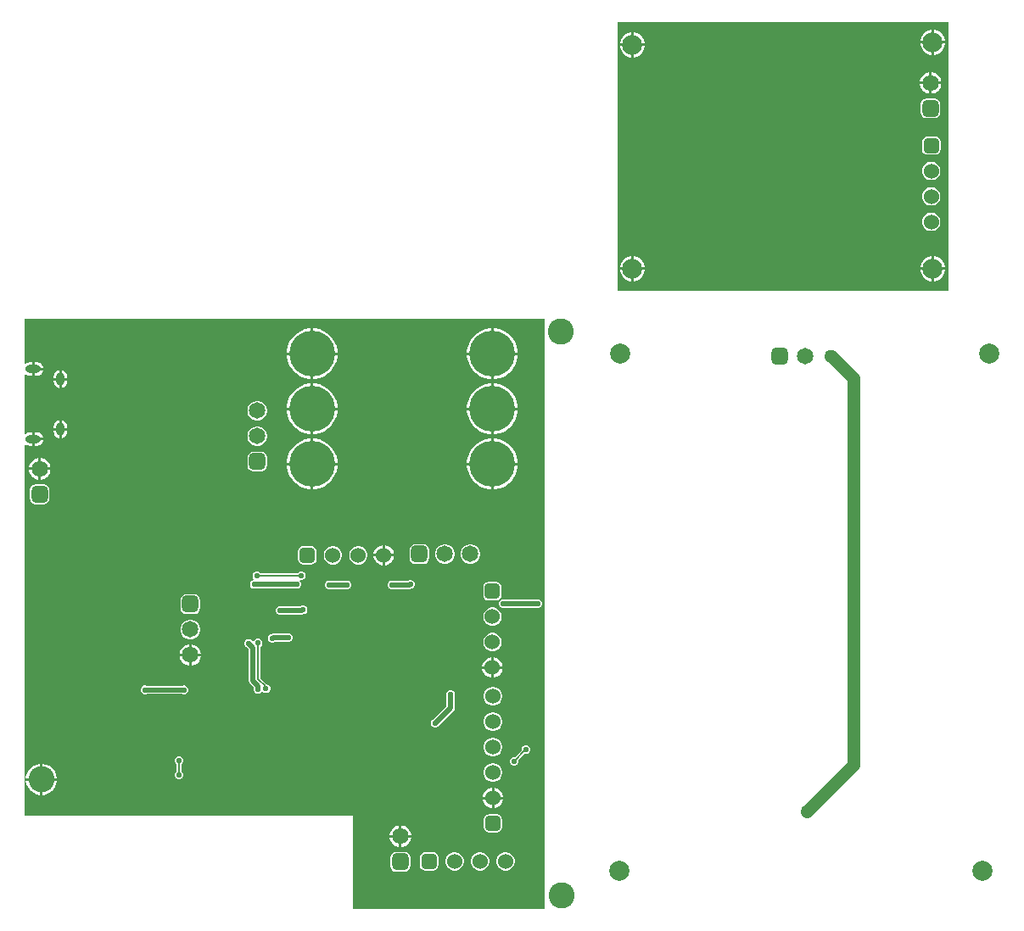
<source format=gbl>
G04*
G04 #@! TF.GenerationSoftware,Altium Limited,Altium Designer,22.3.1 (43)*
G04*
G04 Layer_Physical_Order=2*
G04 Layer_Color=16711680*
%FSLAX25Y25*%
%MOIN*%
G70*
G04*
G04 #@! TF.SameCoordinates,D24DD32C-06ED-42A8-9E91-4A9B2BA8F1A5*
G04*
G04*
G04 #@! TF.FilePolarity,Positive*
G04*
G01*
G75*
%ADD10C,0.00600*%
%ADD73C,0.02000*%
%ADD79C,0.05000*%
%ADD82C,0.06000*%
G04:AMPARAMS|DCode=83|XSize=60mil|YSize=60mil|CornerRadius=15mil|HoleSize=0mil|Usage=FLASHONLY|Rotation=270.000|XOffset=0mil|YOffset=0mil|HoleType=Round|Shape=RoundedRectangle|*
%AMROUNDEDRECTD83*
21,1,0.06000,0.03000,0,0,270.0*
21,1,0.03000,0.06000,0,0,270.0*
1,1,0.03000,-0.01500,-0.01500*
1,1,0.03000,-0.01500,0.01500*
1,1,0.03000,0.01500,0.01500*
1,1,0.03000,0.01500,-0.01500*
%
%ADD83ROUNDEDRECTD83*%
G04:AMPARAMS|DCode=84|XSize=60mil|YSize=60mil|CornerRadius=15mil|HoleSize=0mil|Usage=FLASHONLY|Rotation=180.000|XOffset=0mil|YOffset=0mil|HoleType=Round|Shape=RoundedRectangle|*
%AMROUNDEDRECTD84*
21,1,0.06000,0.03000,0,0,180.0*
21,1,0.03000,0.06000,0,0,180.0*
1,1,0.03000,-0.01500,0.01500*
1,1,0.03000,0.01500,0.01500*
1,1,0.03000,0.01500,-0.01500*
1,1,0.03000,-0.01500,-0.01500*
%
%ADD84ROUNDEDRECTD84*%
%ADD85C,0.06496*%
G04:AMPARAMS|DCode=86|XSize=64.96mil|YSize=64.96mil|CornerRadius=16.24mil|HoleSize=0mil|Usage=FLASHONLY|Rotation=90.000|XOffset=0mil|YOffset=0mil|HoleType=Round|Shape=RoundedRectangle|*
%AMROUNDEDRECTD86*
21,1,0.06496,0.03248,0,0,90.0*
21,1,0.03248,0.06496,0,0,90.0*
1,1,0.03248,0.01624,0.01624*
1,1,0.03248,0.01624,-0.01624*
1,1,0.03248,-0.01624,-0.01624*
1,1,0.03248,-0.01624,0.01624*
%
%ADD86ROUNDEDRECTD86*%
G04:AMPARAMS|DCode=87|XSize=64.96mil|YSize=64.96mil|CornerRadius=16.24mil|HoleSize=0mil|Usage=FLASHONLY|Rotation=0.000|XOffset=0mil|YOffset=0mil|HoleType=Round|Shape=RoundedRectangle|*
%AMROUNDEDRECTD87*
21,1,0.06496,0.03248,0,0,0.0*
21,1,0.03248,0.06496,0,0,0.0*
1,1,0.03248,0.01624,-0.01624*
1,1,0.03248,-0.01624,-0.01624*
1,1,0.03248,-0.01624,0.01624*
1,1,0.03248,0.01624,0.01624*
%
%ADD87ROUNDEDRECTD87*%
%ADD88O,0.06102X0.03200*%
%ADD89O,0.03200X0.05118*%
%ADD90C,0.07874*%
%ADD91C,0.18000*%
%ADD92C,0.10236*%
%ADD93C,0.02200*%
%ADD94C,0.02400*%
%ADD95C,0.05000*%
G36*
X364963Y245050D02*
X234963D01*
Y350550D01*
X364963D01*
Y245050D01*
D02*
G37*
G36*
X206300Y73700D02*
Y2000D01*
X131000D01*
Y38500D01*
X2000D01*
Y184322D01*
X2500Y184569D01*
X2738Y184386D01*
X3370Y184124D01*
X4049Y184035D01*
X5000D01*
Y186658D01*
Y189280D01*
X4049D01*
X3370Y189191D01*
X2738Y188929D01*
X2500Y188746D01*
X2000Y188993D01*
Y211881D01*
X2500Y212128D01*
X2738Y211945D01*
X3370Y211684D01*
X4049Y211594D01*
X5000D01*
Y214216D01*
Y216839D01*
X4049D01*
X3370Y216750D01*
X2738Y216488D01*
X2500Y216305D01*
X2000Y216552D01*
Y234000D01*
X206300D01*
Y73700D01*
D02*
G37*
%LPC*%
G36*
X359550Y347637D02*
X359400D01*
Y343200D01*
X363837D01*
Y343350D01*
X363501Y344606D01*
X362851Y345731D01*
X361931Y346651D01*
X360806Y347301D01*
X359550Y347637D01*
D02*
G37*
G36*
X358400D02*
X358250D01*
X356994Y347301D01*
X355869Y346651D01*
X354949Y345731D01*
X354299Y344606D01*
X353963Y343350D01*
Y343200D01*
X358400D01*
Y347637D01*
D02*
G37*
G36*
X241550Y346637D02*
X241400D01*
Y342200D01*
X245837D01*
Y342350D01*
X245501Y343606D01*
X244851Y344731D01*
X243931Y345651D01*
X242806Y346301D01*
X241550Y346637D01*
D02*
G37*
G36*
X240400D02*
X240250D01*
X238994Y346301D01*
X237869Y345651D01*
X236949Y344731D01*
X236299Y343606D01*
X235963Y342350D01*
Y342200D01*
X240400D01*
Y346637D01*
D02*
G37*
G36*
X363837Y342200D02*
X359400D01*
Y337763D01*
X359550D01*
X360806Y338099D01*
X361931Y338749D01*
X362851Y339669D01*
X363501Y340794D01*
X363837Y342050D01*
Y342200D01*
D02*
G37*
G36*
X358400D02*
X353963D01*
Y342050D01*
X354299Y340794D01*
X354949Y339669D01*
X355869Y338749D01*
X356994Y338099D01*
X358250Y337763D01*
X358400D01*
Y342200D01*
D02*
G37*
G36*
X245837Y341200D02*
X241400D01*
Y336763D01*
X241550D01*
X242806Y337099D01*
X243931Y337749D01*
X244851Y338669D01*
X245501Y339794D01*
X245837Y341050D01*
Y341200D01*
D02*
G37*
G36*
X240400D02*
X235963D01*
Y341050D01*
X236299Y339794D01*
X236949Y338669D01*
X237869Y337749D01*
X238994Y337099D01*
X240250Y336763D01*
X240400D01*
Y341200D01*
D02*
G37*
G36*
X358559Y330948D02*
X358500D01*
Y327200D01*
X362248D01*
Y327259D01*
X361959Y328340D01*
X361399Y329308D01*
X360608Y330099D01*
X359640Y330659D01*
X358559Y330948D01*
D02*
G37*
G36*
X357500D02*
X357441D01*
X356360Y330659D01*
X355392Y330099D01*
X354601Y329308D01*
X354042Y328340D01*
X353752Y327259D01*
Y327200D01*
X357500D01*
Y330948D01*
D02*
G37*
G36*
X362248Y326200D02*
X358500D01*
Y322452D01*
X358559D01*
X359640Y322742D01*
X360608Y323301D01*
X361399Y324092D01*
X361959Y325060D01*
X362248Y326141D01*
Y326200D01*
D02*
G37*
G36*
X357500D02*
X353752D01*
Y326141D01*
X354042Y325060D01*
X354601Y324092D01*
X355392Y323301D01*
X356360Y322742D01*
X357441Y322452D01*
X357500D01*
Y326200D01*
D02*
G37*
G36*
X359624Y320592D02*
X356376D01*
X355508Y320419D01*
X354773Y319927D01*
X354281Y319192D01*
X354108Y318324D01*
Y315076D01*
X354281Y314208D01*
X354773Y313473D01*
X355508Y312981D01*
X356376Y312808D01*
X359624D01*
X360492Y312981D01*
X361227Y313473D01*
X361719Y314208D01*
X361892Y315076D01*
Y318324D01*
X361719Y319192D01*
X361227Y319927D01*
X360492Y320419D01*
X359624Y320592D01*
D02*
G37*
G36*
X359800Y305741D02*
X356800D01*
X355981Y305578D01*
X355286Y305114D01*
X354822Y304419D01*
X354659Y303600D01*
Y300600D01*
X354822Y299781D01*
X355286Y299086D01*
X355981Y298622D01*
X356800Y298459D01*
X359800D01*
X360619Y298622D01*
X361314Y299086D01*
X361778Y299781D01*
X361941Y300600D01*
Y303600D01*
X361778Y304419D01*
X361314Y305114D01*
X360619Y305578D01*
X359800Y305741D01*
D02*
G37*
G36*
X358774Y295700D02*
X357826D01*
X356910Y295455D01*
X356090Y294981D01*
X355419Y294310D01*
X354945Y293490D01*
X354700Y292574D01*
Y291626D01*
X354945Y290710D01*
X355419Y289890D01*
X356090Y289219D01*
X356910Y288745D01*
X357826Y288500D01*
X358774D01*
X359690Y288745D01*
X360510Y289219D01*
X361181Y289890D01*
X361655Y290710D01*
X361900Y291626D01*
Y292574D01*
X361655Y293490D01*
X361181Y294310D01*
X360510Y294981D01*
X359690Y295455D01*
X358774Y295700D01*
D02*
G37*
G36*
Y285700D02*
X357826D01*
X356910Y285455D01*
X356090Y284981D01*
X355419Y284310D01*
X354945Y283490D01*
X354700Y282574D01*
Y281626D01*
X354945Y280710D01*
X355419Y279890D01*
X356090Y279219D01*
X356910Y278745D01*
X357826Y278500D01*
X358774D01*
X359690Y278745D01*
X360510Y279219D01*
X361181Y279890D01*
X361655Y280710D01*
X361900Y281626D01*
Y282574D01*
X361655Y283490D01*
X361181Y284310D01*
X360510Y284981D01*
X359690Y285455D01*
X358774Y285700D01*
D02*
G37*
G36*
Y275700D02*
X357826D01*
X356910Y275455D01*
X356090Y274981D01*
X355419Y274310D01*
X354945Y273490D01*
X354700Y272574D01*
Y271626D01*
X354945Y270710D01*
X355419Y269890D01*
X356090Y269219D01*
X356910Y268745D01*
X357826Y268500D01*
X358774D01*
X359690Y268745D01*
X360510Y269219D01*
X361181Y269890D01*
X361655Y270710D01*
X361900Y271626D01*
Y272574D01*
X361655Y273490D01*
X361181Y274310D01*
X360510Y274981D01*
X359690Y275455D01*
X358774Y275700D01*
D02*
G37*
G36*
X359550Y258637D02*
X359400D01*
Y254200D01*
X363837D01*
Y254350D01*
X363501Y255606D01*
X362851Y256731D01*
X361931Y257651D01*
X360806Y258301D01*
X359550Y258637D01*
D02*
G37*
G36*
X358400D02*
X358250D01*
X356994Y258301D01*
X355869Y257651D01*
X354949Y256731D01*
X354299Y255606D01*
X353963Y254350D01*
Y254200D01*
X358400D01*
Y258637D01*
D02*
G37*
G36*
X241550D02*
X241400D01*
Y254200D01*
X245837D01*
Y254350D01*
X245501Y255606D01*
X244851Y256731D01*
X243931Y257651D01*
X242806Y258301D01*
X241550Y258637D01*
D02*
G37*
G36*
X240400D02*
X240250D01*
X238994Y258301D01*
X237869Y257651D01*
X236949Y256731D01*
X236299Y255606D01*
X235963Y254350D01*
Y254200D01*
X240400D01*
Y258637D01*
D02*
G37*
G36*
X363837Y253200D02*
X359400D01*
Y248763D01*
X359550D01*
X360806Y249099D01*
X361931Y249749D01*
X362851Y250669D01*
X363501Y251794D01*
X363837Y253050D01*
Y253200D01*
D02*
G37*
G36*
X358400D02*
X353963D01*
Y253050D01*
X354299Y251794D01*
X354949Y250669D01*
X355869Y249749D01*
X356994Y249099D01*
X358250Y248763D01*
X358400D01*
Y253200D01*
D02*
G37*
G36*
X245837D02*
X241400D01*
Y248763D01*
X241550D01*
X242806Y249099D01*
X243931Y249749D01*
X244851Y250669D01*
X245501Y251794D01*
X245837Y253050D01*
Y253200D01*
D02*
G37*
G36*
X240400D02*
X235963D01*
Y253050D01*
X236299Y251794D01*
X236949Y250669D01*
X237869Y249749D01*
X238994Y249099D01*
X240250Y248763D01*
X240400D01*
Y253200D01*
D02*
G37*
G36*
X186882Y230224D02*
X186398D01*
Y220724D01*
X195898D01*
Y221209D01*
X195513Y223141D01*
X194760Y224961D01*
X193665Y226599D01*
X192272Y227992D01*
X190634Y229086D01*
X188814Y229840D01*
X186882Y230224D01*
D02*
G37*
G36*
X185398D02*
X184913D01*
X182981Y229840D01*
X181161Y229086D01*
X179523Y227992D01*
X178130Y226599D01*
X177036Y224961D01*
X176282Y223141D01*
X175898Y221209D01*
Y220724D01*
X185398D01*
Y230224D01*
D02*
G37*
G36*
X116016D02*
X115532D01*
Y220724D01*
X125031D01*
Y221209D01*
X124647Y223141D01*
X123893Y224961D01*
X122799Y226599D01*
X121406Y227992D01*
X119768Y229086D01*
X117948Y229840D01*
X116016Y230224D01*
D02*
G37*
G36*
X114532D02*
X114047D01*
X112115Y229840D01*
X110295Y229086D01*
X108657Y227992D01*
X107264Y226599D01*
X106170Y224961D01*
X105416Y223141D01*
X105032Y221209D01*
Y220724D01*
X114532D01*
Y230224D01*
D02*
G37*
G36*
X6951Y216839D02*
X6000D01*
Y214717D01*
X9508D01*
X9484Y214895D01*
X9222Y215528D01*
X8805Y216071D01*
X8262Y216488D01*
X7630Y216750D01*
X6951Y216839D01*
D02*
G37*
G36*
X9508Y213717D02*
X6000D01*
Y211594D01*
X6951D01*
X7630Y211684D01*
X8262Y211945D01*
X8805Y212362D01*
X9222Y212905D01*
X9484Y213538D01*
X9508Y213717D01*
D02*
G37*
G36*
X16630Y213795D02*
Y210780D01*
X18752D01*
Y211239D01*
X18663Y211917D01*
X18401Y212550D01*
X17984Y213093D01*
X17441Y213510D01*
X16809Y213772D01*
X16630Y213795D01*
D02*
G37*
G36*
X15630D02*
X15451Y213772D01*
X14819Y213510D01*
X14276Y213093D01*
X13859Y212550D01*
X13597Y211917D01*
X13508Y211239D01*
Y210780D01*
X15630D01*
Y213795D01*
D02*
G37*
G36*
X195898Y219724D02*
X186398D01*
Y210224D01*
X186882D01*
X188814Y210609D01*
X190634Y211363D01*
X192272Y212457D01*
X193665Y213850D01*
X194760Y215488D01*
X195513Y217307D01*
X195898Y219239D01*
Y219724D01*
D02*
G37*
G36*
X185398D02*
X175898D01*
Y219239D01*
X176282Y217307D01*
X177036Y215488D01*
X178130Y213850D01*
X179523Y212457D01*
X181161Y211363D01*
X182981Y210609D01*
X184913Y210224D01*
X185398D01*
Y219724D01*
D02*
G37*
G36*
X125031D02*
X115532D01*
Y210224D01*
X116016D01*
X117948Y210609D01*
X119768Y211363D01*
X121406Y212457D01*
X122799Y213850D01*
X123893Y215488D01*
X124647Y217307D01*
X125031Y219239D01*
Y219724D01*
D02*
G37*
G36*
X114532D02*
X105032D01*
Y219239D01*
X105416Y217307D01*
X106170Y215488D01*
X107264Y213850D01*
X108657Y212457D01*
X110295Y211363D01*
X112115Y210609D01*
X114047Y210224D01*
X114532D01*
Y219724D01*
D02*
G37*
G36*
X18752Y209780D02*
X16630D01*
Y206764D01*
X16809Y206787D01*
X17441Y207049D01*
X17984Y207466D01*
X18401Y208009D01*
X18663Y208642D01*
X18752Y209320D01*
Y209780D01*
D02*
G37*
G36*
X15630D02*
X13508D01*
Y209320D01*
X13597Y208642D01*
X13859Y208009D01*
X14276Y207466D01*
X14819Y207049D01*
X15451Y206787D01*
X15630Y206764D01*
Y209780D01*
D02*
G37*
G36*
X186882Y208571D02*
X186398D01*
Y199071D01*
X195898D01*
Y199556D01*
X195513Y201488D01*
X194760Y203308D01*
X193665Y204945D01*
X192272Y206338D01*
X190634Y207433D01*
X188814Y208187D01*
X186882Y208571D01*
D02*
G37*
G36*
X185398D02*
X184913D01*
X182981Y208187D01*
X181161Y207433D01*
X179523Y206338D01*
X178130Y204945D01*
X177036Y203308D01*
X176282Y201488D01*
X175898Y199556D01*
Y199071D01*
X185398D01*
Y208571D01*
D02*
G37*
G36*
X116016D02*
X115532D01*
Y199071D01*
X125031D01*
Y199556D01*
X124647Y201488D01*
X123893Y203308D01*
X122799Y204945D01*
X121406Y206338D01*
X119768Y207433D01*
X117948Y208187D01*
X116016Y208571D01*
D02*
G37*
G36*
X114532D02*
X114047D01*
X112115Y208187D01*
X110295Y207433D01*
X108657Y206338D01*
X107264Y204945D01*
X106170Y203308D01*
X105416Y201488D01*
X105032Y199556D01*
Y199071D01*
X114532D01*
Y208571D01*
D02*
G37*
G36*
X94007Y201698D02*
X92993D01*
X92015Y201436D01*
X91137Y200929D01*
X90421Y200213D01*
X89914Y199335D01*
X89652Y198357D01*
Y197343D01*
X89914Y196365D01*
X90421Y195487D01*
X91137Y194771D01*
X92015Y194264D01*
X92993Y194002D01*
X94007D01*
X94985Y194264D01*
X95863Y194771D01*
X96579Y195487D01*
X97086Y196365D01*
X97348Y197343D01*
Y198357D01*
X97086Y199335D01*
X96579Y200213D01*
X95863Y200929D01*
X94985Y201436D01*
X94007Y201698D01*
D02*
G37*
G36*
X16630Y194110D02*
Y191095D01*
X18752D01*
Y191553D01*
X18663Y192232D01*
X18401Y192865D01*
X17984Y193408D01*
X17441Y193825D01*
X16809Y194087D01*
X16630Y194110D01*
D02*
G37*
G36*
X15630D02*
X15451Y194087D01*
X14819Y193825D01*
X14276Y193408D01*
X13859Y192865D01*
X13597Y192232D01*
X13508Y191553D01*
Y191095D01*
X15630D01*
Y194110D01*
D02*
G37*
G36*
X195898Y198071D02*
X186398D01*
Y188571D01*
X186882D01*
X188814Y188955D01*
X190634Y189709D01*
X192272Y190803D01*
X193665Y192196D01*
X194760Y193834D01*
X195513Y195654D01*
X195898Y197586D01*
Y198071D01*
D02*
G37*
G36*
X185398D02*
X175898D01*
Y197586D01*
X176282Y195654D01*
X177036Y193834D01*
X178130Y192196D01*
X179523Y190803D01*
X181161Y189709D01*
X182981Y188955D01*
X184913Y188571D01*
X185398D01*
Y198071D01*
D02*
G37*
G36*
X125031D02*
X115532D01*
Y188571D01*
X116016D01*
X117948Y188955D01*
X119768Y189709D01*
X121406Y190803D01*
X122799Y192196D01*
X123893Y193834D01*
X124647Y195654D01*
X125031Y197586D01*
Y198071D01*
D02*
G37*
G36*
X114532D02*
X105032D01*
Y197586D01*
X105416Y195654D01*
X106170Y193834D01*
X107264Y192196D01*
X108657Y190803D01*
X110295Y189709D01*
X112115Y188955D01*
X114047Y188571D01*
X114532D01*
Y198071D01*
D02*
G37*
G36*
X6951Y189280D02*
X6000D01*
Y187157D01*
X9508D01*
X9484Y187336D01*
X9222Y187969D01*
X8805Y188512D01*
X8262Y188929D01*
X7630Y189191D01*
X6951Y189280D01*
D02*
G37*
G36*
X18752Y190094D02*
X16630D01*
Y187079D01*
X16809Y187102D01*
X17441Y187364D01*
X17984Y187781D01*
X18401Y188324D01*
X18663Y188957D01*
X18752Y189635D01*
Y190094D01*
D02*
G37*
G36*
X15630D02*
X13508D01*
Y189635D01*
X13597Y188957D01*
X13859Y188324D01*
X14276Y187781D01*
X14819Y187364D01*
X15451Y187102D01*
X15630Y187079D01*
Y190094D01*
D02*
G37*
G36*
X9508Y186158D02*
X6000D01*
Y184035D01*
X6951D01*
X7630Y184124D01*
X8262Y184386D01*
X8805Y184803D01*
X9222Y185346D01*
X9484Y185979D01*
X9508Y186158D01*
D02*
G37*
G36*
X94007Y191698D02*
X92993D01*
X92015Y191436D01*
X91137Y190929D01*
X90421Y190213D01*
X89914Y189335D01*
X89652Y188357D01*
Y187343D01*
X89914Y186365D01*
X90421Y185487D01*
X91137Y184771D01*
X92015Y184264D01*
X92993Y184002D01*
X94007D01*
X94985Y184264D01*
X95863Y184771D01*
X96579Y185487D01*
X97086Y186365D01*
X97348Y187343D01*
Y188357D01*
X97086Y189335D01*
X96579Y190213D01*
X95863Y190929D01*
X94985Y191436D01*
X94007Y191698D01*
D02*
G37*
G36*
X186882Y186917D02*
X186398D01*
Y177417D01*
X195898D01*
Y177902D01*
X195513Y179834D01*
X194760Y181654D01*
X193665Y183292D01*
X192272Y184685D01*
X190634Y185779D01*
X188814Y186533D01*
X186882Y186917D01*
D02*
G37*
G36*
X185398D02*
X184913D01*
X182981Y186533D01*
X181161Y185779D01*
X179523Y184685D01*
X178130Y183292D01*
X177036Y181654D01*
X176282Y179834D01*
X175898Y177902D01*
Y177417D01*
X185398D01*
Y186917D01*
D02*
G37*
G36*
X116016D02*
X115532D01*
Y177417D01*
X125031D01*
Y177902D01*
X124647Y179834D01*
X123893Y181654D01*
X122799Y183292D01*
X121406Y184685D01*
X119768Y185779D01*
X117948Y186533D01*
X116016Y186917D01*
D02*
G37*
G36*
X114532D02*
X114047D01*
X112115Y186533D01*
X110295Y185779D01*
X108657Y184685D01*
X107264Y183292D01*
X106170Y181654D01*
X105416Y179834D01*
X105032Y177902D01*
Y177417D01*
X114532D01*
Y186917D01*
D02*
G37*
G36*
X8559Y179248D02*
X8500D01*
Y175500D01*
X12248D01*
Y175559D01*
X11958Y176640D01*
X11399Y177608D01*
X10608Y178399D01*
X9640Y178958D01*
X8559Y179248D01*
D02*
G37*
G36*
X7500D02*
X7441D01*
X6360Y178958D01*
X5392Y178399D01*
X4601Y177608D01*
X4042Y176640D01*
X3752Y175559D01*
Y175500D01*
X7500D01*
Y179248D01*
D02*
G37*
G36*
X95124Y181742D02*
X91876D01*
X91008Y181569D01*
X90273Y181077D01*
X89781Y180342D01*
X89608Y179474D01*
Y176226D01*
X89781Y175358D01*
X90273Y174623D01*
X91008Y174131D01*
X91876Y173958D01*
X95124D01*
X95992Y174131D01*
X96727Y174623D01*
X97219Y175358D01*
X97392Y176226D01*
Y179474D01*
X97219Y180342D01*
X96727Y181077D01*
X95992Y181569D01*
X95124Y181742D01*
D02*
G37*
G36*
X12248Y174500D02*
X8500D01*
Y170752D01*
X8559D01*
X9640Y171042D01*
X10608Y171601D01*
X11399Y172392D01*
X11958Y173360D01*
X12248Y174441D01*
Y174500D01*
D02*
G37*
G36*
X7500D02*
X3752D01*
Y174441D01*
X4042Y173360D01*
X4601Y172392D01*
X5392Y171601D01*
X6360Y171042D01*
X7441Y170752D01*
X7500D01*
Y174500D01*
D02*
G37*
G36*
X195898Y176417D02*
X186398D01*
Y166917D01*
X186882D01*
X188814Y167302D01*
X190634Y168055D01*
X192272Y169150D01*
X193665Y170543D01*
X194760Y172180D01*
X195513Y174000D01*
X195898Y175932D01*
Y176417D01*
D02*
G37*
G36*
X185398D02*
X175898D01*
Y175932D01*
X176282Y174000D01*
X177036Y172180D01*
X178130Y170543D01*
X179523Y169150D01*
X181161Y168055D01*
X182981Y167302D01*
X184913Y166917D01*
X185398D01*
Y176417D01*
D02*
G37*
G36*
X125031D02*
X115532D01*
Y166917D01*
X116016D01*
X117948Y167302D01*
X119768Y168055D01*
X121406Y169150D01*
X122799Y170543D01*
X123893Y172180D01*
X124647Y174000D01*
X125031Y175932D01*
Y176417D01*
D02*
G37*
G36*
X114532D02*
X105032D01*
Y175932D01*
X105416Y174000D01*
X106170Y172180D01*
X107264Y170543D01*
X108657Y169150D01*
X110295Y168055D01*
X112115Y167302D01*
X114047Y166917D01*
X114532D01*
Y176417D01*
D02*
G37*
G36*
X9624Y168892D02*
X6376D01*
X5508Y168719D01*
X4773Y168227D01*
X4281Y167492D01*
X4108Y166624D01*
Y163376D01*
X4281Y162508D01*
X4773Y161773D01*
X5508Y161281D01*
X6376Y161108D01*
X9624D01*
X10492Y161281D01*
X11227Y161773D01*
X11719Y162508D01*
X11892Y163376D01*
Y166624D01*
X11719Y167492D01*
X11227Y168227D01*
X10492Y168719D01*
X9624Y168892D01*
D02*
G37*
G36*
X143727Y145000D02*
X143700D01*
Y141500D01*
X147200D01*
Y141527D01*
X146927Y142544D01*
X146401Y143456D01*
X145656Y144201D01*
X144744Y144727D01*
X143727Y145000D01*
D02*
G37*
G36*
X142700D02*
X142673D01*
X141656Y144727D01*
X140744Y144201D01*
X139999Y143456D01*
X139473Y142544D01*
X139200Y141527D01*
Y141500D01*
X142700D01*
Y145000D01*
D02*
G37*
G36*
X177707Y145348D02*
X176693D01*
X175715Y145086D01*
X174837Y144579D01*
X174121Y143863D01*
X173614Y142985D01*
X173352Y142007D01*
Y140993D01*
X173614Y140015D01*
X174121Y139137D01*
X174837Y138421D01*
X175715Y137914D01*
X176693Y137652D01*
X177707D01*
X178685Y137914D01*
X179563Y138421D01*
X180279Y139137D01*
X180786Y140015D01*
X181048Y140993D01*
Y142007D01*
X180786Y142985D01*
X180279Y143863D01*
X179563Y144579D01*
X178685Y145086D01*
X177707Y145348D01*
D02*
G37*
G36*
X167707D02*
X166693D01*
X165715Y145086D01*
X164837Y144579D01*
X164121Y143863D01*
X163614Y142985D01*
X163352Y142007D01*
Y140993D01*
X163614Y140015D01*
X164121Y139137D01*
X164837Y138421D01*
X165715Y137914D01*
X166693Y137652D01*
X167707D01*
X168685Y137914D01*
X169563Y138421D01*
X170279Y139137D01*
X170786Y140015D01*
X171048Y140993D01*
Y142007D01*
X170786Y142985D01*
X170279Y143863D01*
X169563Y144579D01*
X168685Y145086D01*
X167707Y145348D01*
D02*
G37*
G36*
X158824Y145392D02*
X155576D01*
X154708Y145219D01*
X153973Y144727D01*
X153481Y143992D01*
X153308Y143124D01*
Y139876D01*
X153481Y139008D01*
X153973Y138273D01*
X154708Y137781D01*
X155576Y137608D01*
X158824D01*
X159692Y137781D01*
X160427Y138273D01*
X160919Y139008D01*
X161092Y139876D01*
Y143124D01*
X160919Y143992D01*
X160427Y144727D01*
X159692Y145219D01*
X158824Y145392D01*
D02*
G37*
G36*
X133674Y144600D02*
X132726D01*
X131810Y144355D01*
X130990Y143881D01*
X130319Y143210D01*
X129845Y142390D01*
X129600Y141474D01*
Y140526D01*
X129845Y139610D01*
X130319Y138790D01*
X130990Y138119D01*
X131810Y137645D01*
X132726Y137400D01*
X133674D01*
X134590Y137645D01*
X135410Y138119D01*
X136081Y138790D01*
X136555Y139610D01*
X136800Y140526D01*
Y141474D01*
X136555Y142390D01*
X136081Y143210D01*
X135410Y143881D01*
X134590Y144355D01*
X133674Y144600D01*
D02*
G37*
G36*
X123674D02*
X122726D01*
X121810Y144355D01*
X120990Y143881D01*
X120319Y143210D01*
X119845Y142390D01*
X119600Y141474D01*
Y140526D01*
X119845Y139610D01*
X120319Y138790D01*
X120990Y138119D01*
X121810Y137645D01*
X122726Y137400D01*
X123674D01*
X124590Y137645D01*
X125410Y138119D01*
X126081Y138790D01*
X126555Y139610D01*
X126800Y140526D01*
Y141474D01*
X126555Y142390D01*
X126081Y143210D01*
X125410Y143881D01*
X124590Y144355D01*
X123674Y144600D01*
D02*
G37*
G36*
X114700Y144641D02*
X111700D01*
X110881Y144478D01*
X110186Y144014D01*
X109722Y143319D01*
X109559Y142500D01*
Y139500D01*
X109722Y138681D01*
X110186Y137986D01*
X110881Y137522D01*
X111700Y137359D01*
X114700D01*
X115519Y137522D01*
X116214Y137986D01*
X116678Y138681D01*
X116841Y139500D01*
Y142500D01*
X116678Y143319D01*
X116214Y144014D01*
X115519Y144478D01*
X114700Y144641D01*
D02*
G37*
G36*
X147200Y140500D02*
X143700D01*
Y137000D01*
X143727D01*
X144744Y137273D01*
X145656Y137799D01*
X146401Y138544D01*
X146927Y139456D01*
X147200Y140473D01*
Y140500D01*
D02*
G37*
G36*
X142700D02*
X139200D01*
Y140473D01*
X139473Y139456D01*
X139999Y138544D01*
X140744Y137799D01*
X141656Y137273D01*
X142673Y137000D01*
X142700D01*
Y140500D01*
D02*
G37*
G36*
X111176Y134609D02*
X110499D01*
X109874Y134350D01*
X109396Y133872D01*
X109377Y133827D01*
X94756D01*
X94741Y133863D01*
X94263Y134341D01*
X93638Y134600D01*
X92962D01*
X92337Y134341D01*
X91859Y133863D01*
X91600Y133238D01*
Y132562D01*
X91859Y131937D01*
X92096Y131700D01*
X92019Y131414D01*
X91910Y131179D01*
X91337Y130941D01*
X90859Y130463D01*
X90600Y129838D01*
Y129162D01*
X90859Y128537D01*
X91337Y128059D01*
X91962Y127800D01*
X92638D01*
X92848Y127887D01*
X108452D01*
X108662Y127800D01*
X109338D01*
X109963Y128059D01*
X110441Y128537D01*
X110700Y129162D01*
Y129838D01*
X110441Y130463D01*
X110363Y130541D01*
X110051Y130854D01*
X110334Y131277D01*
D01*
X110499Y131209D01*
X111176D01*
X111800Y131468D01*
X112278Y131946D01*
X112537Y132571D01*
Y133247D01*
X112278Y133872D01*
X111800Y134350D01*
X111176Y134609D01*
D02*
G37*
G36*
X153938Y131200D02*
X153262D01*
X152855Y131031D01*
X146904D01*
X146738Y131100D01*
X146062D01*
X145437Y130841D01*
X144959Y130363D01*
X144700Y129738D01*
Y129062D01*
X144959Y128437D01*
X145437Y127959D01*
X146062Y127700D01*
X146738D01*
X146904Y127769D01*
X153446D01*
X153603Y127800D01*
X153938D01*
X154563Y128059D01*
X155041Y128537D01*
X155300Y129162D01*
Y129838D01*
X155041Y130463D01*
X154563Y130941D01*
X153938Y131200D01*
D02*
G37*
G36*
X129038Y131100D02*
X128362D01*
X128196Y131031D01*
X122204D01*
X122038Y131100D01*
X121362D01*
X120737Y130841D01*
X120259Y130363D01*
X120000Y129738D01*
Y129062D01*
X120259Y128437D01*
X120737Y127959D01*
X121362Y127700D01*
X122038D01*
X122204Y127769D01*
X128196D01*
X128362Y127700D01*
X129038D01*
X129663Y127959D01*
X130141Y128437D01*
X130400Y129062D01*
Y129738D01*
X130141Y130363D01*
X129663Y130841D01*
X129038Y131100D01*
D02*
G37*
G36*
X204138Y123600D02*
X203462D01*
X203296Y123531D01*
X190704D01*
X190538Y123600D01*
X189862D01*
X189237Y123341D01*
X188759Y122863D01*
X188500Y122238D01*
Y121562D01*
X188759Y120937D01*
X189237Y120459D01*
X189862Y120200D01*
X190538D01*
X190704Y120269D01*
X203296D01*
X203462Y120200D01*
X204138D01*
X204763Y120459D01*
X205241Y120937D01*
X205500Y121562D01*
Y122238D01*
X205241Y122863D01*
X204763Y123341D01*
X204138Y123600D01*
D02*
G37*
G36*
X187400Y130541D02*
X184400D01*
X183581Y130378D01*
X182886Y129914D01*
X182422Y129219D01*
X182259Y128400D01*
Y125400D01*
X182422Y124581D01*
X182886Y123886D01*
X183581Y123422D01*
X184400Y123259D01*
X187400D01*
X188219Y123422D01*
X188914Y123886D01*
X189378Y124581D01*
X189541Y125400D01*
Y128400D01*
X189378Y129219D01*
X188914Y129914D01*
X188219Y130378D01*
X187400Y130541D01*
D02*
G37*
G36*
X111838Y121200D02*
X111162D01*
X110537Y120941D01*
X110527Y120931D01*
X102904D01*
X102738Y121000D01*
X102062D01*
X101437Y120741D01*
X100959Y120263D01*
X100700Y119638D01*
Y118962D01*
X100959Y118337D01*
X101437Y117859D01*
X102062Y117600D01*
X102738D01*
X102904Y117669D01*
X111246D01*
X111870Y117793D01*
X111951Y117847D01*
X112463Y118059D01*
X112941Y118537D01*
X113200Y119162D01*
Y119838D01*
X112941Y120463D01*
X112463Y120941D01*
X111838Y121200D01*
D02*
G37*
G36*
X68824Y125692D02*
X65576D01*
X64708Y125519D01*
X63973Y125027D01*
X63481Y124292D01*
X63308Y123424D01*
Y120176D01*
X63481Y119308D01*
X63973Y118573D01*
X64708Y118081D01*
X65576Y117908D01*
X68824D01*
X69692Y118081D01*
X70427Y118573D01*
X70919Y119308D01*
X71092Y120176D01*
Y123424D01*
X70919Y124292D01*
X70427Y125027D01*
X69692Y125519D01*
X68824Y125692D01*
D02*
G37*
G36*
X186374Y120500D02*
X185426D01*
X184510Y120255D01*
X183690Y119781D01*
X183019Y119110D01*
X182545Y118290D01*
X182300Y117374D01*
Y116426D01*
X182545Y115510D01*
X183019Y114690D01*
X183690Y114019D01*
X184510Y113545D01*
X185426Y113300D01*
X186374D01*
X187290Y113545D01*
X188110Y114019D01*
X188781Y114690D01*
X189255Y115510D01*
X189500Y116426D01*
Y117374D01*
X189255Y118290D01*
X188781Y119110D01*
X188110Y119781D01*
X187290Y120255D01*
X186374Y120500D01*
D02*
G37*
G36*
X67707Y115648D02*
X66693D01*
X65715Y115386D01*
X64837Y114879D01*
X64121Y114163D01*
X63614Y113285D01*
X63352Y112307D01*
Y111293D01*
X63614Y110315D01*
X64121Y109437D01*
X64837Y108721D01*
X65715Y108214D01*
X66693Y107952D01*
X67707D01*
X68685Y108214D01*
X69563Y108721D01*
X70279Y109437D01*
X70786Y110315D01*
X71048Y111293D01*
Y112307D01*
X70786Y113285D01*
X70279Y114163D01*
X69563Y114879D01*
X68685Y115386D01*
X67707Y115648D01*
D02*
G37*
G36*
X94193Y108181D02*
X93517D01*
X92892Y107922D01*
X92414Y107444D01*
X92323Y107226D01*
X91733Y107108D01*
X91695Y107147D01*
X91605Y107363D01*
X91127Y107841D01*
X90502Y108100D01*
X89826D01*
X89201Y107841D01*
X88723Y107363D01*
X88464Y106738D01*
Y106062D01*
X88723Y105437D01*
X89201Y104959D01*
X89317Y104911D01*
X90143Y104085D01*
Y91626D01*
X90267Y91002D01*
X90620Y90473D01*
X92030Y89062D01*
Y88612D01*
X92000Y88538D01*
Y87862D01*
X92259Y87237D01*
X92737Y86759D01*
X93362Y86500D01*
X94038D01*
X94663Y86759D01*
X95123Y87219D01*
X95142Y87237D01*
X95705Y87291D01*
X95937Y87059D01*
X96562Y86800D01*
X97238D01*
X97863Y87059D01*
X98341Y87537D01*
X98600Y88162D01*
Y88838D01*
X98341Y89463D01*
X97863Y89941D01*
X97238Y90200D01*
X97185D01*
X94718Y92667D01*
Y104999D01*
X94818Y105040D01*
X95296Y105518D01*
X95555Y106143D01*
Y106819D01*
X95296Y107444D01*
X94818Y107922D01*
X94193Y108181D01*
D02*
G37*
G36*
X106038Y110300D02*
X105362D01*
X105196Y110231D01*
X99597D01*
X98973Y110107D01*
X98793Y109987D01*
X98337Y109798D01*
X97859Y109320D01*
X97600Y108695D01*
Y108019D01*
X97859Y107394D01*
X98337Y106915D01*
X98962Y106657D01*
X99638D01*
X100263Y106915D01*
X100316Y106969D01*
X105196D01*
X105362Y106900D01*
X106038D01*
X106663Y107159D01*
X107141Y107637D01*
X107400Y108262D01*
Y108938D01*
X107141Y109563D01*
X106663Y110041D01*
X106038Y110300D01*
D02*
G37*
G36*
X186374Y110500D02*
X185426D01*
X184510Y110255D01*
X183690Y109781D01*
X183019Y109110D01*
X182545Y108290D01*
X182300Y107374D01*
Y106426D01*
X182545Y105510D01*
X183019Y104690D01*
X183690Y104019D01*
X184510Y103545D01*
X185426Y103300D01*
X186374D01*
X187290Y103545D01*
X188110Y104019D01*
X188781Y104690D01*
X189255Y105510D01*
X189500Y106426D01*
Y107374D01*
X189255Y108290D01*
X188781Y109110D01*
X188110Y109781D01*
X187290Y110255D01*
X186374Y110500D01*
D02*
G37*
G36*
X67759Y106048D02*
X67700D01*
Y102300D01*
X71448D01*
Y102359D01*
X71158Y103440D01*
X70599Y104408D01*
X69808Y105199D01*
X68840Y105759D01*
X67759Y106048D01*
D02*
G37*
G36*
X66700D02*
X66641D01*
X65560Y105759D01*
X64592Y105199D01*
X63801Y104408D01*
X63241Y103440D01*
X62952Y102359D01*
Y102300D01*
X66700D01*
Y106048D01*
D02*
G37*
G36*
X71448Y101300D02*
X67700D01*
Y97552D01*
X67759D01*
X68840Y97842D01*
X69808Y98401D01*
X70599Y99192D01*
X71158Y100160D01*
X71448Y101241D01*
Y101300D01*
D02*
G37*
G36*
X66700D02*
X62952D01*
Y101241D01*
X63241Y100160D01*
X63801Y99192D01*
X64592Y98401D01*
X65560Y97842D01*
X66641Y97552D01*
X66700D01*
Y101300D01*
D02*
G37*
G36*
X186427Y100900D02*
X186400D01*
Y97400D01*
X189900D01*
Y97427D01*
X189627Y98444D01*
X189101Y99356D01*
X188356Y100101D01*
X187444Y100627D01*
X186427Y100900D01*
D02*
G37*
G36*
X185400D02*
X185373D01*
X184356Y100627D01*
X183444Y100101D01*
X182699Y99356D01*
X182173Y98444D01*
X181900Y97427D01*
Y97400D01*
X185400D01*
Y100900D01*
D02*
G37*
G36*
X189900Y96400D02*
X186400D01*
Y92900D01*
X186427D01*
X187444Y93173D01*
X188356Y93699D01*
X189101Y94444D01*
X189627Y95356D01*
X189900Y96373D01*
Y96400D01*
D02*
G37*
G36*
X185400D02*
X181900D01*
Y96373D01*
X182173Y95356D01*
X182699Y94444D01*
X183444Y93699D01*
X184356Y93173D01*
X185373Y92900D01*
X185400D01*
Y96400D01*
D02*
G37*
G36*
X64938Y89800D02*
X64262D01*
X64096Y89731D01*
X49975D01*
X49810Y89800D01*
X49133D01*
X48509Y89541D01*
X48030Y89063D01*
X47772Y88438D01*
Y87762D01*
X48030Y87137D01*
X48509Y86659D01*
X49133Y86400D01*
X49810D01*
X49975Y86469D01*
X64096D01*
X64262Y86400D01*
X64938D01*
X65563Y86659D01*
X66041Y87137D01*
X66300Y87762D01*
Y88438D01*
X66041Y89063D01*
X65563Y89541D01*
X64938Y89800D01*
D02*
G37*
G36*
X186574Y89200D02*
X185626D01*
X184710Y88955D01*
X183890Y88481D01*
X183219Y87810D01*
X182745Y86989D01*
X182500Y86074D01*
Y85126D01*
X182745Y84210D01*
X183219Y83390D01*
X183890Y82719D01*
X184710Y82245D01*
X185626Y82000D01*
X186574D01*
X187490Y82245D01*
X188310Y82719D01*
X188981Y83390D01*
X189455Y84210D01*
X189700Y85126D01*
Y86074D01*
X189455Y86989D01*
X188981Y87810D01*
X188310Y88481D01*
X187490Y88955D01*
X186574Y89200D01*
D02*
G37*
G36*
X169838Y87900D02*
X169162D01*
X168537Y87641D01*
X168059Y87163D01*
X167800Y86538D01*
Y85862D01*
X167869Y85696D01*
Y81722D01*
X162557Y76410D01*
X162391Y76341D01*
X161913Y75863D01*
X161654Y75238D01*
Y75000D01*
Y74562D01*
X161913Y73937D01*
X162391Y73459D01*
X163016Y73200D01*
X163692D01*
X164317Y73459D01*
X164795Y73937D01*
X164864Y74103D01*
X164961Y74200D01*
X170653Y79892D01*
X171007Y80422D01*
X171131Y81046D01*
Y85696D01*
X171200Y85862D01*
Y86538D01*
X170941Y87163D01*
X170463Y87641D01*
X169838Y87900D01*
D02*
G37*
G36*
X186574Y79200D02*
X185626D01*
X184710Y78955D01*
X183890Y78481D01*
X183219Y77811D01*
X182745Y76990D01*
X182500Y76074D01*
Y75126D01*
X182534Y75000D01*
X182745Y74211D01*
X183219Y73390D01*
X183890Y72719D01*
X184710Y72245D01*
X185626Y72000D01*
X186574D01*
X187490Y72245D01*
X188310Y72719D01*
X188981Y73390D01*
X189455Y74211D01*
X189666Y75000D01*
X189700Y75126D01*
Y76074D01*
X189455Y76990D01*
X188981Y77811D01*
X188310Y78481D01*
X187490Y78955D01*
X186574Y79200D01*
D02*
G37*
G36*
X199338Y66210D02*
X198662D01*
X198037Y65951D01*
X197559Y65473D01*
X197300Y64848D01*
Y64198D01*
X194768Y61665D01*
X194722Y61684D01*
X194046D01*
X193421Y61426D01*
X192943Y60947D01*
X192684Y60322D01*
Y59646D01*
X192943Y59021D01*
X193421Y58543D01*
X194046Y58284D01*
X194722D01*
X195347Y58543D01*
X195826Y59021D01*
X196084Y59646D01*
Y60322D01*
X196065Y60368D01*
X198553Y62855D01*
X198662Y62810D01*
X199338D01*
X199963Y63069D01*
X200441Y63547D01*
X200700Y64172D01*
Y64848D01*
X200441Y65473D01*
X199963Y65951D01*
X199338Y66210D01*
D02*
G37*
G36*
X186574Y69200D02*
X185626D01*
X184710Y68955D01*
X183890Y68481D01*
X183219Y67810D01*
X182745Y66989D01*
X182500Y66074D01*
Y65126D01*
X182745Y64210D01*
X183219Y63389D01*
X183890Y62719D01*
X184710Y62245D01*
X185626Y62000D01*
X186574D01*
X187490Y62245D01*
X188310Y62719D01*
X188981Y63389D01*
X189455Y64210D01*
X189700Y65126D01*
Y66074D01*
X189455Y66989D01*
X188981Y67810D01*
X188310Y68481D01*
X187490Y68955D01*
X186574Y69200D01*
D02*
G37*
G36*
X9303Y59018D02*
X9200D01*
Y53400D01*
X14818D01*
Y53503D01*
X14583Y54685D01*
X14122Y55798D01*
X13452Y56800D01*
X12600Y57652D01*
X11598Y58322D01*
X10485Y58783D01*
X9303Y59018D01*
D02*
G37*
G36*
X8200D02*
X8097D01*
X6915Y58783D01*
X5802Y58322D01*
X4800Y57652D01*
X3948Y56800D01*
X3278Y55798D01*
X2817Y54685D01*
X2582Y53503D01*
Y53400D01*
X8200D01*
Y59018D01*
D02*
G37*
G36*
X63038Y62000D02*
X62362D01*
X61737Y61741D01*
X61259Y61263D01*
X61000Y60638D01*
Y59962D01*
X61259Y59337D01*
X61737Y58859D01*
X61782Y58840D01*
Y56060D01*
X61737Y56041D01*
X61259Y55563D01*
X61000Y54938D01*
Y54262D01*
X61259Y53637D01*
X61737Y53159D01*
X62362Y52900D01*
X63038D01*
X63663Y53159D01*
X64141Y53637D01*
X64400Y54262D01*
Y54938D01*
X64141Y55563D01*
X63663Y56041D01*
X63618Y56060D01*
Y58840D01*
X63663Y58859D01*
X64141Y59337D01*
X64400Y59962D01*
Y60638D01*
X64141Y61263D01*
X63663Y61741D01*
X63038Y62000D01*
D02*
G37*
G36*
X186574Y59200D02*
X185626D01*
X184710Y58955D01*
X183890Y58481D01*
X183219Y57810D01*
X182745Y56990D01*
X182500Y56074D01*
Y55126D01*
X182745Y54211D01*
X183219Y53390D01*
X183890Y52719D01*
X184710Y52245D01*
X185626Y52000D01*
X186574D01*
X187490Y52245D01*
X188310Y52719D01*
X188981Y53390D01*
X189455Y54211D01*
X189700Y55126D01*
Y56074D01*
X189455Y56990D01*
X188981Y57810D01*
X188310Y58481D01*
X187490Y58955D01*
X186574Y59200D01*
D02*
G37*
G36*
X14818Y52400D02*
X9200D01*
Y46782D01*
X9303D01*
X10485Y47017D01*
X11598Y47478D01*
X12600Y48148D01*
X13452Y49000D01*
X14122Y50002D01*
X14583Y51115D01*
X14818Y52297D01*
Y52400D01*
D02*
G37*
G36*
X8200D02*
X2582D01*
Y52297D01*
X2817Y51115D01*
X3278Y50002D01*
X3948Y49000D01*
X4800Y48148D01*
X5802Y47478D01*
X6915Y47017D01*
X8097Y46782D01*
X8200D01*
Y52400D01*
D02*
G37*
G36*
X186627Y49600D02*
X186600D01*
Y46100D01*
X190100D01*
Y46127D01*
X189827Y47144D01*
X189301Y48056D01*
X188556Y48801D01*
X187644Y49327D01*
X186627Y49600D01*
D02*
G37*
G36*
X185600D02*
X185573D01*
X184556Y49327D01*
X183644Y48801D01*
X182899Y48056D01*
X182373Y47144D01*
X182100Y46127D01*
Y46100D01*
X185600D01*
Y49600D01*
D02*
G37*
G36*
X190100Y45100D02*
X186600D01*
Y41600D01*
X186627D01*
X187644Y41873D01*
X188556Y42399D01*
X189301Y43144D01*
X189827Y44056D01*
X190100Y45073D01*
Y45100D01*
D02*
G37*
G36*
X185600D02*
X182100D01*
Y45073D01*
X182373Y44056D01*
X182899Y43144D01*
X183644Y42399D01*
X184556Y41873D01*
X185573Y41600D01*
X185600D01*
Y45100D01*
D02*
G37*
G36*
X187600Y39241D02*
X184600D01*
X183781Y39078D01*
X183086Y38614D01*
X182622Y37919D01*
X182459Y37100D01*
Y34100D01*
X182622Y33281D01*
X183086Y32586D01*
X183781Y32122D01*
X184600Y31959D01*
X187600D01*
X188419Y32122D01*
X189114Y32586D01*
X189578Y33281D01*
X189741Y34100D01*
Y37100D01*
X189578Y37919D01*
X189114Y38614D01*
X188419Y39078D01*
X187600Y39241D01*
D02*
G37*
G36*
X150259Y34748D02*
X150200D01*
Y31000D01*
X153948D01*
Y31059D01*
X153658Y32140D01*
X153099Y33108D01*
X152308Y33899D01*
X151340Y34459D01*
X150259Y34748D01*
D02*
G37*
G36*
X149200D02*
X149141D01*
X148060Y34459D01*
X147092Y33899D01*
X146301Y33108D01*
X145741Y32140D01*
X145452Y31059D01*
Y31000D01*
X149200D01*
Y34748D01*
D02*
G37*
G36*
X153948Y30000D02*
X150200D01*
Y26252D01*
X150259D01*
X151340Y26542D01*
X152308Y27101D01*
X153099Y27892D01*
X153658Y28860D01*
X153948Y29941D01*
Y30000D01*
D02*
G37*
G36*
X149200D02*
X145452D01*
Y29941D01*
X145741Y28860D01*
X146301Y27892D01*
X147092Y27101D01*
X148060Y26542D01*
X149141Y26252D01*
X149200D01*
Y30000D01*
D02*
G37*
G36*
X191474Y24300D02*
X190526D01*
X189610Y24055D01*
X188790Y23581D01*
X188119Y22910D01*
X187645Y22090D01*
X187400Y21174D01*
Y20226D01*
X187645Y19310D01*
X188119Y18489D01*
X188790Y17819D01*
X189610Y17345D01*
X190526Y17100D01*
X191474D01*
X192390Y17345D01*
X193210Y17819D01*
X193881Y18489D01*
X194355Y19310D01*
X194600Y20226D01*
Y21174D01*
X194355Y22090D01*
X193881Y22910D01*
X193210Y23581D01*
X192390Y24055D01*
X191474Y24300D01*
D02*
G37*
G36*
X181474D02*
X180526D01*
X179610Y24055D01*
X178790Y23581D01*
X178119Y22910D01*
X177645Y22090D01*
X177400Y21174D01*
Y20226D01*
X177645Y19310D01*
X178119Y18489D01*
X178790Y17819D01*
X179610Y17345D01*
X180526Y17100D01*
X181474D01*
X182390Y17345D01*
X183210Y17819D01*
X183881Y18489D01*
X184355Y19310D01*
X184600Y20226D01*
Y21174D01*
X184355Y22090D01*
X183881Y22910D01*
X183210Y23581D01*
X182390Y24055D01*
X181474Y24300D01*
D02*
G37*
G36*
X171474D02*
X170526D01*
X169610Y24055D01*
X168790Y23581D01*
X168119Y22910D01*
X167645Y22090D01*
X167400Y21174D01*
Y20226D01*
X167645Y19310D01*
X168119Y18489D01*
X168790Y17819D01*
X169610Y17345D01*
X170526Y17100D01*
X171474D01*
X172390Y17345D01*
X173210Y17819D01*
X173881Y18489D01*
X174355Y19310D01*
X174600Y20226D01*
Y21174D01*
X174355Y22090D01*
X173881Y22910D01*
X173210Y23581D01*
X172390Y24055D01*
X171474Y24300D01*
D02*
G37*
G36*
X162500Y24341D02*
X159500D01*
X158681Y24178D01*
X157986Y23714D01*
X157522Y23019D01*
X157359Y22200D01*
Y19200D01*
X157522Y18381D01*
X157986Y17686D01*
X158681Y17222D01*
X159500Y17059D01*
X162500D01*
X163319Y17222D01*
X164014Y17686D01*
X164478Y18381D01*
X164641Y19200D01*
Y22200D01*
X164478Y23019D01*
X164014Y23714D01*
X163319Y24178D01*
X162500Y24341D01*
D02*
G37*
G36*
X151324Y24392D02*
X148076D01*
X147208Y24219D01*
X146473Y23727D01*
X145981Y22992D01*
X145808Y22124D01*
Y18876D01*
X145981Y18008D01*
X146473Y17273D01*
X147208Y16781D01*
X148076Y16608D01*
X151324D01*
X152192Y16781D01*
X152927Y17273D01*
X153419Y18008D01*
X153592Y18876D01*
Y22124D01*
X153419Y22992D01*
X152927Y23727D01*
X152192Y24219D01*
X151324Y24392D01*
D02*
G37*
%LPD*%
D10*
X93300Y132900D02*
X93309Y132909D01*
X110837D01*
X194384Y59984D02*
X198910Y64510D01*
X199000D01*
X62700Y54600D02*
Y60300D01*
X93800Y92287D02*
X96594Y89493D01*
Y88806D02*
Y89493D01*
Y88806D02*
X96900Y88500D01*
X93800Y92287D02*
Y106426D01*
X93855Y106481D01*
D73*
X190200Y121900D02*
X203800D01*
X108982Y129518D02*
X109000Y129500D01*
X92300D02*
X92318Y129518D01*
X108982D01*
X99300Y108357D02*
X99354D01*
X99597Y108600D02*
X105646D01*
X99354Y108357D02*
X99597Y108600D01*
X49472Y88100D02*
X64600D01*
X91774Y91626D02*
X93662Y89738D01*
Y88238D02*
X93700Y88200D01*
X93662Y88238D02*
Y89738D01*
X91774Y91626D02*
Y104761D01*
X90164Y106371D02*
Y106400D01*
Y106371D02*
X91774Y104761D01*
X153546Y129500D02*
X153600D01*
X153446Y129400D02*
X153546Y129500D01*
X111246Y119300D02*
X111446Y119500D01*
X111500D01*
X102400Y119300D02*
X111246D01*
X169500Y81046D02*
Y86200D01*
X163354Y74900D02*
X169500Y81046D01*
X146400Y129400D02*
X153446D01*
X121700D02*
X128700D01*
D79*
X327800Y58700D02*
Y210622D01*
X319022Y219400D02*
X327800Y210622D01*
X318900Y219400D02*
X319022D01*
X309300Y40200D02*
X327800Y58700D01*
D82*
X186100Y85600D02*
D03*
Y75600D02*
D03*
Y65600D02*
D03*
Y55600D02*
D03*
Y45600D02*
D03*
X123200Y141000D02*
D03*
X133200D02*
D03*
X143200D02*
D03*
X185900Y96900D02*
D03*
Y106900D02*
D03*
Y116900D02*
D03*
X171000Y20700D02*
D03*
X181000D02*
D03*
X191000D02*
D03*
X358300Y272100D02*
D03*
Y282100D02*
D03*
Y292100D02*
D03*
D83*
X186100Y35600D02*
D03*
X185900Y126900D02*
D03*
X358300Y302100D02*
D03*
D84*
X113200Y141000D02*
D03*
X161000Y20700D02*
D03*
D85*
X93500Y197850D02*
D03*
Y187850D02*
D03*
X167200Y141500D02*
D03*
X177200D02*
D03*
X67200Y101800D02*
D03*
Y111800D02*
D03*
X8000Y175000D02*
D03*
X308900Y219200D02*
D03*
X149700Y30500D02*
D03*
X358000Y326700D02*
D03*
D86*
X93500Y177850D02*
D03*
X67200Y121800D02*
D03*
X8000Y165000D02*
D03*
X149700Y20500D02*
D03*
X358000Y316700D02*
D03*
D87*
X157200Y141500D02*
D03*
X298900Y219200D02*
D03*
D88*
X5500Y186658D02*
D03*
Y214216D02*
D03*
D89*
X16130Y190594D02*
D03*
Y210279D02*
D03*
D90*
X235600Y17000D02*
D03*
X236100Y220400D02*
D03*
X381200D02*
D03*
X378500Y17000D02*
D03*
X358900Y342700D02*
D03*
X240900Y341700D02*
D03*
X358900Y253700D02*
D03*
X240900D02*
D03*
D91*
X115032Y198571D02*
D03*
X185898D02*
D03*
X185898Y220224D02*
D03*
X115032D02*
D03*
X185898Y176917D02*
D03*
X115032D02*
D03*
D92*
X212800Y228800D02*
D03*
X8700Y52900D02*
D03*
X213000Y7300D02*
D03*
D93*
X170257Y148633D02*
D03*
X175128Y40947D02*
D03*
X174700Y91300D02*
D03*
X149258Y224294D02*
D03*
X142600Y167700D02*
D03*
X110837Y132909D02*
D03*
X134040Y155921D02*
D03*
X71553Y133288D02*
D03*
X56700Y137656D02*
D03*
X32700Y137728D02*
D03*
X19000Y137528D02*
D03*
X90653Y157027D02*
D03*
X26900Y123800D02*
D03*
X59605Y120391D02*
D03*
X41600Y160400D02*
D03*
X47400D02*
D03*
X41600Y154600D02*
D03*
X47400D02*
D03*
X44500Y157500D02*
D03*
X107500Y82000D02*
D03*
X123500D02*
D03*
X118500D02*
D03*
X113000D02*
D03*
X123500Y87000D02*
D03*
X118500D02*
D03*
X113000D02*
D03*
X107500D02*
D03*
X123500Y92500D02*
D03*
X118500D02*
D03*
X113000D02*
D03*
X123500Y98000D02*
D03*
X118500D02*
D03*
X113000D02*
D03*
X60263Y91537D02*
D03*
X172800Y54300D02*
D03*
X203800Y121900D02*
D03*
X196800Y119200D02*
D03*
X194384Y59984D02*
D03*
X199000Y64510D02*
D03*
X190200Y121900D02*
D03*
X136282Y30551D02*
D03*
X132081Y32951D02*
D03*
X5500Y44500D02*
D03*
X3507Y39713D02*
D03*
X105500Y59500D02*
D03*
X136051Y44559D02*
D03*
X105664Y69552D02*
D03*
X109264Y67052D02*
D03*
X109347Y72135D02*
D03*
X109352Y49542D02*
D03*
X109333Y54512D02*
D03*
X120784Y47559D02*
D03*
X120950Y43082D02*
D03*
X115500Y49500D02*
D03*
X120616Y52649D02*
D03*
X120593Y57535D02*
D03*
X120612Y62567D02*
D03*
X115500Y54500D02*
D03*
Y59600D02*
D03*
X115392Y64520D02*
D03*
X115374Y69368D02*
D03*
X132174Y3168D02*
D03*
Y13168D02*
D03*
Y23168D02*
D03*
X132073Y38168D02*
D03*
Y28168D02*
D03*
Y18168D02*
D03*
Y8168D02*
D03*
X136074Y10568D02*
D03*
Y20568D02*
D03*
Y40568D02*
D03*
X136173Y35568D02*
D03*
Y25568D02*
D03*
Y15568D02*
D03*
Y5568D02*
D03*
X109373Y62068D02*
D03*
Y44468D02*
D03*
X105473Y44568D02*
D03*
X120880Y39485D02*
D03*
X116374Y39568D02*
D03*
X128574D02*
D03*
X125774D02*
D03*
X130573Y44568D02*
D03*
X125574D02*
D03*
X115574D02*
D03*
X108073Y39568D02*
D03*
X105573Y64568D02*
D03*
Y54568D02*
D03*
X103074Y49568D02*
D03*
Y39568D02*
D03*
X100574Y54568D02*
D03*
X98074Y49568D02*
D03*
X100574Y44568D02*
D03*
X98074Y39568D02*
D03*
X95574Y44568D02*
D03*
X93073Y39568D02*
D03*
X90574Y44568D02*
D03*
X88073Y39568D02*
D03*
X85574Y44568D02*
D03*
X83074Y39568D02*
D03*
X80573Y44568D02*
D03*
X78074Y39568D02*
D03*
X75573Y44568D02*
D03*
X73074Y39568D02*
D03*
X70574Y44568D02*
D03*
X68073Y39568D02*
D03*
X65574Y44568D02*
D03*
X63073Y39568D02*
D03*
X60574Y44568D02*
D03*
X58074Y39568D02*
D03*
X55573Y44568D02*
D03*
X53074Y39568D02*
D03*
X50573Y44568D02*
D03*
X48074Y39568D02*
D03*
X45573Y44568D02*
D03*
X43073Y39568D02*
D03*
X40573Y44568D02*
D03*
X38074Y39568D02*
D03*
X35574Y44568D02*
D03*
X33073Y39568D02*
D03*
X30573Y44568D02*
D03*
X28073Y39568D02*
D03*
X25574Y44568D02*
D03*
X23074Y39568D02*
D03*
X20573Y44568D02*
D03*
X18074Y39568D02*
D03*
X15574Y44568D02*
D03*
X13073Y39568D02*
D03*
X10573Y44568D02*
D03*
X8073Y39568D02*
D03*
X178000Y124400D02*
D03*
X93300Y132900D02*
D03*
X92800Y145100D02*
D03*
X173700Y116000D02*
D03*
X295400Y284900D02*
D03*
X286100Y309800D02*
D03*
X283200Y250300D02*
D03*
X292600Y289100D02*
D03*
X270800Y299300D02*
D03*
X311300Y297200D02*
D03*
X237900Y306700D02*
D03*
X297900Y343700D02*
D03*
X346200Y290500D02*
D03*
X26000Y137650D02*
D03*
X105700Y108600D02*
D03*
X92000Y114500D02*
D03*
X58400Y83000D02*
D03*
X49472Y88100D02*
D03*
X53063Y84337D02*
D03*
X64600Y88100D02*
D03*
X95942Y94800D02*
D03*
X142495Y88500D02*
D03*
X112700Y127509D02*
D03*
X84200Y54300D02*
D03*
X62700Y54600D02*
D03*
X48500Y208000D02*
D03*
X54000Y200900D02*
D03*
X22000Y200100D02*
D03*
X67100Y151700D02*
D03*
X21200Y195300D02*
D03*
X142900Y46900D02*
D03*
X96900Y88500D02*
D03*
X93700Y88200D02*
D03*
X88600Y94800D02*
D03*
X88700Y100000D02*
D03*
X95800D02*
D03*
X90164Y106400D02*
D03*
X93855Y106481D02*
D03*
X83500Y78100D02*
D03*
X90500Y78200D02*
D03*
X140200Y63800D02*
D03*
X140400Y55700D02*
D03*
X71500Y189300D02*
D03*
X92300Y129500D02*
D03*
X48200Y176600D02*
D03*
X42100Y176700D02*
D03*
X139600Y120600D02*
D03*
X164600Y80400D02*
D03*
X172300Y80500D02*
D03*
X130200Y215600D02*
D03*
X76500Y205000D02*
D03*
X72000Y185600D02*
D03*
X149200Y88200D02*
D03*
X100200Y64800D02*
D03*
X179700Y61600D02*
D03*
X173000Y75100D02*
D03*
X173400Y106000D02*
D03*
X162417Y99319D02*
D03*
X156400Y113500D02*
D03*
X130100Y120600D02*
D03*
X120800Y120500D02*
D03*
X16000Y153500D02*
D03*
X102500Y135500D02*
D03*
X102600Y126818D02*
D03*
X196800Y124800D02*
D03*
X153600Y129500D02*
D03*
X109000D02*
D03*
X102400Y119300D02*
D03*
X111500Y119500D02*
D03*
X152100Y182400D02*
D03*
X163354Y74900D02*
D03*
X169500Y86200D02*
D03*
X146400Y129400D02*
D03*
X128700D02*
D03*
X121700D02*
D03*
X99300Y108357D02*
D03*
X60300Y107200D02*
D03*
X35000Y112200D02*
D03*
X38900Y98600D02*
D03*
X48847Y94016D02*
D03*
X176800Y152500D02*
D03*
X137600Y188200D02*
D03*
X145500Y215300D02*
D03*
X157100Y227900D02*
D03*
X165600D02*
D03*
X174700Y227800D02*
D03*
X17500Y123500D02*
D03*
X31855Y119195D02*
D03*
X11500Y196500D02*
D03*
X73200Y195300D02*
D03*
X7000Y221500D02*
D03*
X62700Y60300D02*
D03*
D94*
X107500Y98000D02*
D03*
Y92500D02*
D03*
D95*
X318900Y219400D02*
D03*
X309300Y40200D02*
D03*
M02*

</source>
